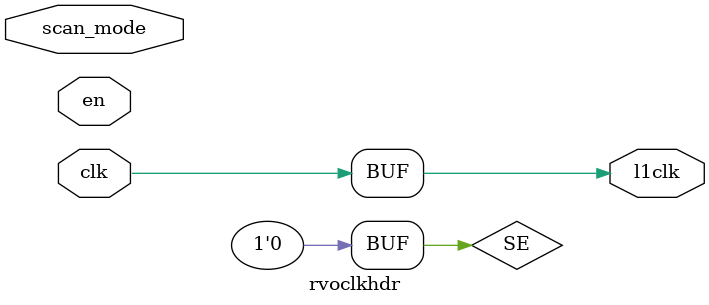
<source format=v>
module rvdff (
	din,
	clk,
	rst_l,
	dout
);
	parameter WIDTH = 1;
	parameter SHORT = 0;
	input wire [WIDTH - 1:0] din;
	input wire clk;
	input wire rst_l;
	output reg [WIDTH - 1:0] dout;
	generate
		if (SHORT == 1) begin
			wire [WIDTH:1] sv2v_tmp_70387;
			assign sv2v_tmp_70387 = din;
			always @(*) dout = sv2v_tmp_70387;
		end
		else always @(posedge clk or negedge rst_l)
			if (rst_l == 0)
				dout[WIDTH - 1:0] <= {WIDTH{1'b0}};
			else
				dout[WIDTH - 1:0] <= din[WIDTH - 1:0];
	endgenerate
endmodule
module rvdffs (
	din,
	en,
	clk,
	rst_l,
	dout
);
	parameter WIDTH = 1;
	parameter SHORT = 0;
	input wire [WIDTH - 1:0] din;
	input wire en;
	input wire clk;
	input wire rst_l;
	output wire [WIDTH - 1:0] dout;
	generate
		if (SHORT == 1) begin : genblock
			assign dout = din;
		end
		else begin : genblock
			rvdff #(WIDTH) dffs(
				.din((en ? din[WIDTH - 1:0] : dout[WIDTH - 1:0])),
				.clk(clk),
				.rst_l(rst_l),
				.dout(dout)
			);
		end
	endgenerate
endmodule
module rvdffsc (
	din,
	en,
	clear,
	clk,
	rst_l,
	dout
);
	parameter WIDTH = 1;
	parameter SHORT = 0;
	input wire [WIDTH - 1:0] din;
	input wire en;
	input wire clear;
	input wire clk;
	input wire rst_l;
	output wire [WIDTH - 1:0] dout;
	wire [WIDTH - 1:0] din_new;
	generate
		if (SHORT == 1) begin
			assign dout = din;
		end
		else begin
			assign din_new = {WIDTH {~clear}} & (en ? din[WIDTH - 1:0] : dout[WIDTH - 1:0]);
			rvdff #(WIDTH) dffsc(
				.din(din_new[WIDTH - 1:0]),
				.clk(clk),
				.rst_l(rst_l),
				.dout(dout)
			);
		end
	endgenerate
endmodule
module rvdff_fpga (
	din,
	clk,
	clken,
	rawclk,
	rst_l,
	dout
);
	parameter WIDTH = 1;
	parameter SHORT = 0;
	input wire [WIDTH - 1:0] din;
	input wire clk;
	input wire clken;
	input wire rawclk;
	input wire rst_l;
	output wire [WIDTH - 1:0] dout;
	generate
		if (SHORT == 1) begin
			assign dout = din;
		end
		else rvdffs #(WIDTH) dffs(
			.clk(rawclk),
			.en(clken),
			.din(din),
			.rst_l(rst_l),
			.dout(dout)
		);
	endgenerate
endmodule
module rvdffs_fpga (
	din,
	en,
	clk,
	clken,
	rawclk,
	rst_l,
	dout
);
	parameter WIDTH = 1;
	parameter SHORT = 0;
	input wire [WIDTH - 1:0] din;
	input wire en;
	input wire clk;
	input wire clken;
	input wire rawclk;
	input wire rst_l;
	output wire [WIDTH - 1:0] dout;
	generate
		if (SHORT == 1) begin : genblock
			assign dout = din;
		end
		else begin : genblock
			rvdffs #(WIDTH) dffs(
				.clk(rawclk),
				.en(clken & en),
				.din(din),
				.rst_l(rst_l),
				.dout(dout)
			);
		end
	endgenerate
endmodule
module rvdffsc_fpga (
	din,
	en,
	clear,
	clk,
	clken,
	rawclk,
	rst_l,
	dout
);
	parameter WIDTH = 1;
	parameter SHORT = 0;
	input wire [WIDTH - 1:0] din;
	input wire en;
	input wire clear;
	input wire clk;
	input wire clken;
	input wire rawclk;
	input wire rst_l;
	output wire [WIDTH - 1:0] dout;
	wire [WIDTH - 1:0] din_new;
	generate
		if (SHORT == 1) begin
			assign dout = din;
		end
		else rvdffs #(WIDTH) dffs(
			.clk(rawclk),
			.din(din[WIDTH - 1:0] & {WIDTH {~clear}}),
			.en((en | clear) & clken),
			.rst_l(rst_l),
			.dout(dout)
		);
	endgenerate
endmodule
module rvdffe (
	din,
	en,
	clk,
	rst_l,
	scan_mode,
	dout
);
	parameter WIDTH = 1;
	parameter SHORT = 0;
	parameter OVERRIDE = 0;
	input wire [WIDTH - 1:0] din;
	input wire en;
	input wire clk;
	input wire rst_l;
	input wire scan_mode;
	output wire [WIDTH - 1:0] dout;
	wire l1clk;
	generate
		if (SHORT == 1) begin
				assign dout = din;
		end
		else begin
			if ((WIDTH >= 8) || (OVERRIDE == 1)) begin
				rvdffs #(WIDTH) dff(
					.din(din),
					.en(en),
					.clk(clk),
					.rst_l(rst_l),
					.dout(dout)
				);
			end
		end
	endgenerate
endmodule
module rvdffpcie (
	din,
	clk,
	rst_l,
	en,
	scan_mode,
	dout
);
	parameter WIDTH = 31;
	input wire [WIDTH - 1:0] din;
	input wire clk;
	input wire rst_l;
	input wire en;
	input wire scan_mode;
	output wire [WIDTH - 1:0] dout;
	generate
		if (WIDTH == 31) begin : genblock
			rvdffs #(WIDTH) dff(
				.din(din),
				.en(en),
				.clk(clk),
				.rst_l(rst_l),
				.dout(dout)
			);
		end
	endgenerate
endmodule
module rvdfflie (
	din,
	clk,
	rst_l,
	en,
	scan_mode,
	dout
);
	parameter WIDTH = 16;
	parameter LEFT = 8;
	input wire [WIDTH - 1:0] din;
	input wire clk;
	input wire rst_l;
	input wire en;
	input wire scan_mode;
	output wire [WIDTH - 1:0] dout;
	localparam EXTRA = WIDTH - LEFT;
	localparam LMSB = WIDTH - 1;
	localparam LLSB = (LMSB - LEFT) + 1;
	localparam XMSB = LLSB - 1;
	localparam XLSB = LLSB - EXTRA;
	generate
		if (((WIDTH >= 16) && (LEFT >= 8)) && (EXTRA >= 8)) begin : genblock
			rvdffs #(WIDTH) dff(
				.din(din),
				.en(en),
				.clk(clk),
				.rst_l(rst_l),
				.dout(dout)
			);
		end
	endgenerate
endmodule
module rvdffppe (
	din,
	clk,
	rst_l,
	en,
	scan_mode,
	dout
);
	parameter WIDTH = 32;
	input wire [WIDTH - 1:0] din;
	input wire clk;
	input wire rst_l;
	input wire en;
	input wire scan_mode;
	output wire [WIDTH - 1:0] dout;
	localparam RIGHT = 31;
	localparam LEFT = WIDTH - RIGHT;
	localparam LMSB = WIDTH - 1;
	localparam LLSB = (LMSB - LEFT) + 1;
	localparam RMSB = LLSB - 1;
	localparam RLSB = LLSB - RIGHT;
	generate
		if (((WIDTH >= 32) && (LEFT >= 8)) && 1'd1) begin : genblock
			rvdffs #(WIDTH) dff(
				.din(din),
				.en(en),
				.clk(clk),
				.rst_l(rst_l),
				.dout(dout)
			);
		end
	endgenerate
endmodule
module rvdffie (
	din,
	clk,
	rst_l,
	scan_mode,
	dout
);
	parameter WIDTH = 1;
	parameter OVERRIDE = 0;
	input wire [WIDTH - 1:0] din;
	input wire clk;
	input wire rst_l;
	input wire scan_mode;
	output wire [WIDTH - 1:0] dout;
	wire l1clk;
	wire en;
	generate
		if ((WIDTH >= 8) || (OVERRIDE == 1)) begin : genblock
			assign en = |(din ^ dout);
			rvdffs #(WIDTH) dff(
				.din(din),
				.en(en),
				.clk(clk),
				.rst_l(rst_l),
				.dout(dout)
			);
		end
	endgenerate
endmodule
module rvdffiee (
	din,
	clk,
	rst_l,
	scan_mode,
	en,
	dout
);
	parameter WIDTH = 1;
	parameter OVERRIDE = 0;
	input wire [WIDTH - 1:0] din;
	input wire clk;
	input wire rst_l;
	input wire scan_mode;
	input wire en;
	output wire [WIDTH - 1:0] dout;
	wire l1clk;
	wire final_en;
	generate
		if ((WIDTH >= 8) || (OVERRIDE == 1)) begin : genblock
			assign final_en = |(din ^ dout) & en;
			rvdffs #(WIDTH) dff(
				.din(din),
				.clk(clk),
				.rst_l(rst_l),
				.dout(dout),
				.en(final_en)
			);
		end
	endgenerate
endmodule
module rvsyncss (
	clk,
	rst_l,
	din,
	dout
);
	parameter WIDTH = 251;
	input wire clk;
	input wire rst_l;
	input wire [WIDTH - 1:0] din;
	output wire [WIDTH - 1:0] dout;
	wire [WIDTH - 1:0] din_ff1;
	rvdff #(WIDTH) sync_ff1(
		.clk(clk),
		.rst_l(rst_l),
		.din(din[WIDTH - 1:0]),
		.dout(din_ff1[WIDTH - 1:0])
	);
	rvdff #(WIDTH) sync_ff2(
		.clk(clk),
		.rst_l(rst_l),
		.din(din_ff1[WIDTH - 1:0]),
		.dout(dout[WIDTH - 1:0])
	);
endmodule
module rvsyncss_fpga (
	gw_clk,
	rawclk,
	clken,
	rst_l,
	din,
	dout
);
	parameter WIDTH = 251;
	input wire gw_clk;
	input wire rawclk;
	input wire clken;
	input wire rst_l;
	input wire [WIDTH - 1:0] din;
	output wire [WIDTH - 1:0] dout;
	wire [WIDTH - 1:0] din_ff1;
	rvdff_fpga #(WIDTH) sync_ff1(
		.rst_l(rst_l),
		.clk(gw_clk),
		.rawclk(rawclk),
		.clken(clken),
		.din(din[WIDTH - 1:0]),
		.dout(din_ff1[WIDTH - 1:0])
	);
	rvdff_fpga #(WIDTH) sync_ff2(
		.rst_l(rst_l),
		.clk(gw_clk),
		.rawclk(rawclk),
		.clken(clken),
		.din(din_ff1[WIDTH - 1:0]),
		.dout(dout[WIDTH - 1:0])
	);
endmodule
module rvlsadder (
	rs1,
	offset,
	dout
);
	input wire [31:0] rs1;
	input wire [11:0] offset;
	output wire [31:0] dout;
	wire cout;
	wire sign;
	wire [31:12] rs1_inc;
	wire [31:12] rs1_dec;
	assign {cout, dout[11:0]} = {1'b0, rs1[11:0]} + {1'b0, offset[11:0]};
	assign rs1_inc[31:12] = rs1[31:12] + 1;
	assign rs1_dec[31:12] = rs1[31:12] - 1;
	assign sign = offset[11];
	assign dout[31:12] = (({20 {sign ~^ cout}} & rs1[31:12]) | ({20 {~sign & cout}} & rs1_inc[31:12])) | ({20 {sign & ~cout}} & rs1_dec[31:12]);
endmodule
module rvbradder (
	pc,
	offset,
	dout
);
	input [31:1] pc;
	input [12:1] offset;
	output [31:1] dout;
	wire cout;
	wire sign;
	wire [31:13] pc_inc;
	wire [31:13] pc_dec;
	assign {cout, dout[12:1]} = {1'b0, pc[12:1]} + {1'b0, offset[12:1]};
	assign pc_inc[31:13] = pc[31:13] + 1;
	assign pc_dec[31:13] = pc[31:13] - 1;
	assign sign = offset[12];
	assign dout[31:13] = (({19 {sign ~^ cout}} & pc[31:13]) | ({19 {~sign & cout}} & pc_inc[31:13])) | ({19 {sign & ~cout}} & pc_dec[31:13]);
endmodule
module rvtwoscomp (
	din,
	dout
);
	parameter WIDTH = 32;
	input wire [WIDTH - 1:0] din;
	output wire [WIDTH - 1:0] dout;
	wire [WIDTH - 1:1] dout_temp;
	genvar i;
	generate
		for (i = 1; i < WIDTH; i = i + 1) begin : flip_after_first_one
			assign dout_temp[i] = (|din[i - 1:0] ? ~din[i] : din[i]);
		end
	endgenerate
	assign dout[WIDTH - 1:0] = {dout_temp[WIDTH - 1:1], din[0]};
endmodule
module rvfindfirst1 (
	din,
	dout
);
	parameter WIDTH = 32;
	parameter SHIFT = $clog2(WIDTH);
	input wire [WIDTH - 1:0] din;
	output reg [SHIFT - 1:0] dout;
	reg done;
	always @(*) begin
		dout[SHIFT - 1:0] = {SHIFT {1'b0}};
		done = 1'b0;
		begin : sv2v_autoblock_2
			reg signed [31:0] i;
			for (i = WIDTH - 1; i > 0; i = i - 1)
				begin : find_first_one
					done = done | din[i];
					dout[SHIFT - 1:0] = dout[SHIFT - 1:0] + (done ? 1'b0 : 1'b1);
				end
		end
	end
endmodule
module rvfindfirst1hot (
	din,
	dout
);
	parameter WIDTH = 32;
	input wire [WIDTH - 1:0] din;
	output reg [WIDTH - 1:0] dout;
	reg done;
	always @(*) begin
		dout[WIDTH - 1:0] = {WIDTH {1'b0}};
		done = 1'b0;
		begin : sv2v_autoblock_3
			reg signed [31:0] i;
			for (i = 0; i < WIDTH; i = i + 1)
				begin : find_first_one
					dout[i] = ~done & din[i];
					done = done | din[i];
				end
		end
	end
endmodule
module rvmaskandmatch (
	mask,
	data,
	masken,
	match
);
	parameter WIDTH = 32;
	input wire [WIDTH - 1:0] mask;
	input wire [WIDTH - 1:0] data;
	input wire masken;
	output wire match;
	wire [WIDTH - 1:0] matchvec;
	wire masken_or_fullmask;
	assign masken_or_fullmask = masken & ~(&mask[WIDTH - 1:0]);
	assign matchvec[0] = masken_or_fullmask | (mask[0] == data[0]);
	genvar i;
	generate
		for (i = 1; i < WIDTH; i = i + 1) begin : match_after_first_zero
			assign matchvec[i] = (&mask[i - 1:0] & masken_or_fullmask ? 1'b1 : mask[i] == data[i]);
		end
	endgenerate
	assign match = &matchvec[WIDTH - 1:0];
endmodule
module rvrangecheck (
	addr,
	in_range,
	in_region
);
	parameter CCM_SADR = 32'h00000000;
	parameter CCM_SIZE = 128;
	input wire [31:0] addr;
	output wire in_range;
	output wire in_region;
	localparam REGION_BITS = 4;
	localparam MASK_BITS = 10 + $clog2(CCM_SIZE);
	wire [31:0] start_addr;
	wire [3:0] region;
	assign start_addr[31:0] = CCM_SADR;
	assign region[3:0] = start_addr[31:28];
	assign in_region = addr[31:28] == region[3:0];
	generate
		if (CCM_SIZE == 48) begin
			assign in_range = (addr[31:MASK_BITS] == start_addr[31:MASK_BITS]) & ~(&addr[MASK_BITS - 1:MASK_BITS - 2]);
		end
		else assign in_range = addr[31:MASK_BITS] == start_addr[31:MASK_BITS];
	endgenerate
endmodule
module rveven_paritygen (
	data_in,
	parity_out
);
	parameter WIDTH = 16;
	input wire [WIDTH - 1:0] data_in;
	output wire parity_out;
	assign parity_out = ^data_in[WIDTH - 1:0];
endmodule
module rveven_paritycheck (
	data_in,
	parity_in,
	parity_err
);
	parameter WIDTH = 16;
	input wire [WIDTH - 1:0] data_in;
	input wire parity_in;
	output wire parity_err;
	assign parity_err = ^data_in[WIDTH - 1:0] ^ parity_in;
endmodule
module rvecc_encode (
	din,
	ecc_out
);
	input [31:0] din;
	output [6:0] ecc_out;
	wire [5:0] ecc_out_temp;
	assign ecc_out_temp[0] = ((((((((((((((((din[0] ^ din[1]) ^ din[3]) ^ din[4]) ^ din[6]) ^ din[8]) ^ din[10]) ^ din[11]) ^ din[13]) ^ din[15]) ^ din[17]) ^ din[19]) ^ din[21]) ^ din[23]) ^ din[25]) ^ din[26]) ^ din[28]) ^ din[30];
	assign ecc_out_temp[1] = ((((((((((((((((din[0] ^ din[2]) ^ din[3]) ^ din[5]) ^ din[6]) ^ din[9]) ^ din[10]) ^ din[12]) ^ din[13]) ^ din[16]) ^ din[17]) ^ din[20]) ^ din[21]) ^ din[24]) ^ din[25]) ^ din[27]) ^ din[28]) ^ din[31];
	assign ecc_out_temp[2] = ((((((((((((((((din[1] ^ din[2]) ^ din[3]) ^ din[7]) ^ din[8]) ^ din[9]) ^ din[10]) ^ din[14]) ^ din[15]) ^ din[16]) ^ din[17]) ^ din[22]) ^ din[23]) ^ din[24]) ^ din[25]) ^ din[29]) ^ din[30]) ^ din[31];
	assign ecc_out_temp[3] = (((((((((((((din[4] ^ din[5]) ^ din[6]) ^ din[7]) ^ din[8]) ^ din[9]) ^ din[10]) ^ din[18]) ^ din[19]) ^ din[20]) ^ din[21]) ^ din[22]) ^ din[23]) ^ din[24]) ^ din[25];
	assign ecc_out_temp[4] = (((((((((((((din[11] ^ din[12]) ^ din[13]) ^ din[14]) ^ din[15]) ^ din[16]) ^ din[17]) ^ din[18]) ^ din[19]) ^ din[20]) ^ din[21]) ^ din[22]) ^ din[23]) ^ din[24]) ^ din[25];
	assign ecc_out_temp[5] = ((((din[26] ^ din[27]) ^ din[28]) ^ din[29]) ^ din[30]) ^ din[31];
	assign ecc_out[6:0] = {^din[31:0] ^ ^ecc_out_temp[5:0], ecc_out_temp[5:0]};
endmodule
module rvecc_decode (
	en,
	din,
	ecc_in,
	sed_ded,
	dout,
	ecc_out,
	single_ecc_error,
	double_ecc_error
);
	input en;
	input [31:0] din;
	input [6:0] ecc_in;
	input sed_ded;
	output [31:0] dout;
	output [6:0] ecc_out;
	output single_ecc_error;
	output double_ecc_error;
	wire [6:0] ecc_check;
	wire [38:0] error_mask;
	wire [38:0] din_plus_parity;
	wire [38:0] dout_plus_parity;
	assign ecc_check[0] = (((((((((((((((((ecc_in[0] ^ din[0]) ^ din[1]) ^ din[3]) ^ din[4]) ^ din[6]) ^ din[8]) ^ din[10]) ^ din[11]) ^ din[13]) ^ din[15]) ^ din[17]) ^ din[19]) ^ din[21]) ^ din[23]) ^ din[25]) ^ din[26]) ^ din[28]) ^ din[30];
	assign ecc_check[1] = (((((((((((((((((ecc_in[1] ^ din[0]) ^ din[2]) ^ din[3]) ^ din[5]) ^ din[6]) ^ din[9]) ^ din[10]) ^ din[12]) ^ din[13]) ^ din[16]) ^ din[17]) ^ din[20]) ^ din[21]) ^ din[24]) ^ din[25]) ^ din[27]) ^ din[28]) ^ din[31];
	assign ecc_check[2] = (((((((((((((((((ecc_in[2] ^ din[1]) ^ din[2]) ^ din[3]) ^ din[7]) ^ din[8]) ^ din[9]) ^ din[10]) ^ din[14]) ^ din[15]) ^ din[16]) ^ din[17]) ^ din[22]) ^ din[23]) ^ din[24]) ^ din[25]) ^ din[29]) ^ din[30]) ^ din[31];
	assign ecc_check[3] = ((((((((((((((ecc_in[3] ^ din[4]) ^ din[5]) ^ din[6]) ^ din[7]) ^ din[8]) ^ din[9]) ^ din[10]) ^ din[18]) ^ din[19]) ^ din[20]) ^ din[21]) ^ din[22]) ^ din[23]) ^ din[24]) ^ din[25];
	assign ecc_check[4] = ((((((((((((((ecc_in[4] ^ din[11]) ^ din[12]) ^ din[13]) ^ din[14]) ^ din[15]) ^ din[16]) ^ din[17]) ^ din[18]) ^ din[19]) ^ din[20]) ^ din[21]) ^ din[22]) ^ din[23]) ^ din[24]) ^ din[25];
	assign ecc_check[5] = (((((ecc_in[5] ^ din[26]) ^ din[27]) ^ din[28]) ^ din[29]) ^ din[30]) ^ din[31];
	assign ecc_check[6] = (^din[31:0] ^ ^ecc_in[6:0]) & ~sed_ded;
	assign single_ecc_error = (en & (ecc_check[6:0] != 0)) & ecc_check[6];
	assign double_ecc_error = (en & (ecc_check[6:0] != 0)) & ~ecc_check[6];
	generate
		genvar i;
		for (i = 1; i < 40; i = i + 1) assign error_mask[i - 1] = ecc_check[5:0] == i;
	endgenerate
	assign din_plus_parity[38:0] = {ecc_in[6], din[31:26], ecc_in[5], din[25:11], ecc_in[4], din[10:4], ecc_in[3], din[3:1], ecc_in[2], din[0], ecc_in[1:0]};
	assign dout_plus_parity[38:0] = (single_ecc_error ? error_mask[38:0] ^ din_plus_parity[38:0] : din_plus_parity[38:0]);
	assign dout[31:0] = {dout_plus_parity[37:32], dout_plus_parity[30:16], dout_plus_parity[14:8], dout_plus_parity[6:4], dout_plus_parity[2]};
	assign ecc_out[6:0] = {dout_plus_parity[38] ^ (ecc_check[6:0] == 7'b1000000), dout_plus_parity[31], dout_plus_parity[15], dout_plus_parity[7], dout_plus_parity[3], dout_plus_parity[1:0]};
endmodule
module rvecc_encode_64 (
	din,
	ecc_out
);
	input [63:0] din;
	output [6:0] ecc_out;
	assign ecc_out[0] = (((((((((((((((((((((((((((((((((din[0] ^ din[1]) ^ din[3]) ^ din[4]) ^ din[6]) ^ din[8]) ^ din[10]) ^ din[11]) ^ din[13]) ^ din[15]) ^ din[17]) ^ din[19]) ^ din[21]) ^ din[23]) ^ din[25]) ^ din[26]) ^ din[28]) ^ din[30]) ^ din[32]) ^ din[34]) ^ din[36]) ^ din[38]) ^ din[40]) ^ din[42]) ^ din[44]) ^ din[46]) ^ din[48]) ^ din[50]) ^ din[52]) ^ din[54]) ^ din[56]) ^ din[57]) ^ din[59]) ^ din[61]) ^ din[63];
	assign ecc_out[1] = (((((((((((((((((((((((((((((((((din[0] ^ din[2]) ^ din[3]) ^ din[5]) ^ din[6]) ^ din[9]) ^ din[10]) ^ din[12]) ^ din[13]) ^ din[16]) ^ din[17]) ^ din[20]) ^ din[21]) ^ din[24]) ^ din[25]) ^ din[27]) ^ din[28]) ^ din[31]) ^ din[32]) ^ din[35]) ^ din[36]) ^ din[39]) ^ din[40]) ^ din[43]) ^ din[44]) ^ din[47]) ^ din[48]) ^ din[51]) ^ din[52]) ^ din[55]) ^ din[56]) ^ din[58]) ^ din[59]) ^ din[62]) ^ din[63];
	assign ecc_out[2] = (((((((((((((((((((((((((((((((((din[1] ^ din[2]) ^ din[3]) ^ din[7]) ^ din[8]) ^ din[9]) ^ din[10]) ^ din[14]) ^ din[15]) ^ din[16]) ^ din[17]) ^ din[22]) ^ din[23]) ^ din[24]) ^ din[25]) ^ din[29]) ^ din[30]) ^ din[31]) ^ din[32]) ^ din[37]) ^ din[38]) ^ din[39]) ^ din[40]) ^ din[45]) ^ din[46]) ^ din[47]) ^ din[48]) ^ din[53]) ^ din[54]) ^ din[55]) ^ din[56]) ^ din[60]) ^ din[61]) ^ din[62]) ^ din[63];
	assign ecc_out[3] = (((((((((((((((((((((((((((((din[4] ^ din[5]) ^ din[6]) ^ din[7]) ^ din[8]) ^ din[9]) ^ din[10]) ^ din[18]) ^ din[19]) ^ din[20]) ^ din[21]) ^ din[22]) ^ din[23]) ^ din[24]) ^ din[25]) ^ din[33]) ^ din[34]) ^ din[35]) ^ din[36]) ^ din[37]) ^ din[38]) ^ din[39]) ^ din[40]) ^ din[49]) ^ din[50]) ^ din[51]) ^ din[52]) ^ din[53]) ^ din[54]) ^ din[55]) ^ din[56];
	assign ecc_out[4] = (((((((((((((((((((((((((((((din[11] ^ din[12]) ^ din[13]) ^ din[14]) ^ din[15]) ^ din[16]) ^ din[17]) ^ din[18]) ^ din[19]) ^ din[20]) ^ din[21]) ^ din[22]) ^ din[23]) ^ din[24]) ^ din[25]) ^ din[41]) ^ din[42]) ^ din[43]) ^ din[44]) ^ din[45]) ^ din[46]) ^ din[47]) ^ din[48]) ^ din[49]) ^ din[50]) ^ din[51]) ^ din[52]) ^ din[53]) ^ din[54]) ^ din[55]) ^ din[56];
	assign ecc_out[5] = (((((((((((((((((((((((((((((din[26] ^ din[27]) ^ din[28]) ^ din[29]) ^ din[30]) ^ din[31]) ^ din[32]) ^ din[33]) ^ din[34]) ^ din[35]) ^ din[36]) ^ din[37]) ^ din[38]) ^ din[39]) ^ din[40]) ^ din[41]) ^ din[42]) ^ din[43]) ^ din[44]) ^ din[45]) ^ din[46]) ^ din[47]) ^ din[48]) ^ din[49]) ^ din[50]) ^ din[51]) ^ din[52]) ^ din[53]) ^ din[54]) ^ din[55]) ^ din[56];
	assign ecc_out[6] = (((((din[57] ^ din[58]) ^ din[59]) ^ din[60]) ^ din[61]) ^ din[62]) ^ din[63];
endmodule
module rvecc_decode_64 (
	en,
	din,
	ecc_in,
	ecc_error
);
	input en;
	input [63:0] din;
	input [6:0] ecc_in;
	output ecc_error;
	wire [6:0] ecc_check;
	assign ecc_check[0] = ((((((((((((((((((((((((((((((((((ecc_in[0] ^ din[0]) ^ din[1]) ^ din[3]) ^ din[4]) ^ din[6]) ^ din[8]) ^ din[10]) ^ din[11]) ^ din[13]) ^ din[15]) ^ din[17]) ^ din[19]) ^ din[21]) ^ din[23]) ^ din[25]) ^ din[26]) ^ din[28]) ^ din[30]) ^ din[32]) ^ din[34]) ^ din[36]) ^ din[38]) ^ din[40]) ^ din[42]) ^ din[44]) ^ din[46]) ^ din[48]) ^ din[50]) ^ din[52]) ^ din[54]) ^ din[56]) ^ din[57]) ^ din[59]) ^ din[61]) ^ din[63];
	assign ecc_check[1] = ((((((((((((((((((((((((((((((((((ecc_in[1] ^ din[0]) ^ din[2]) ^ din[3]) ^ din[5]) ^ din[6]) ^ din[9]) ^ din[10]) ^ din[12]) ^ din[13]) ^ din[16]) ^ din[17]) ^ din[20]) ^ din[21]) ^ din[24]) ^ din[25]) ^ din[27]) ^ din[28]) ^ din[31]) ^ din[32]) ^ din[35]) ^ din[36]) ^ din[39]) ^ din[40]) ^ din[43]) ^ din[44]) ^ din[47]) ^ din[48]) ^ din[51]) ^ din[52]) ^ din[55]) ^ din[56]) ^ din[58]) ^ din[59]) ^ din[62]) ^ din[63];
	assign ecc_check[2] = ((((((((((((((((((((((((((((((((((ecc_in[2] ^ din[1]) ^ din[2]) ^ din[3]) ^ din[7]) ^ din[8]) ^ din[9]) ^ din[10]) ^ din[14]) ^ din[15]) ^ din[16]) ^ din[17]) ^ din[22]) ^ din[23]) ^ din[24]) ^ din[25]) ^ din[29]) ^ din[30]) ^ din[31]) ^ din[32]) ^ din[37]) ^ din[38]) ^ din[39]) ^ din[40]) ^ din[45]) ^ din[46]) ^ din[47]) ^ din[48]) ^ din[53]) ^ din[54]) ^ din[55]) ^ din[56]) ^ din[60]) ^ din[61]) ^ din[62]) ^ din[63];
	assign ecc_check[3] = ((((((((((((((((((((((((((((((ecc_in[3] ^ din[4]) ^ din[5]) ^ din[6]) ^ din[7]) ^ din[8]) ^ din[9]) ^ din[10]) ^ din[18]) ^ din[19]) ^ din[20]) ^ din[21]) ^ din[22]) ^ din[23]) ^ din[24]) ^ din[25]) ^ din[33]) ^ din[34]) ^ din[35]) ^ din[36]) ^ din[37]) ^ din[38]) ^ din[39]) ^ din[40]) ^ din[49]) ^ din[50]) ^ din[51]) ^ din[52]) ^ din[53]) ^ din[54]) ^ din[55]) ^ din[56];
	assign ecc_check[4] = ((((((((((((((((((((((((((((((ecc_in[4] ^ din[11]) ^ din[12]) ^ din[13]) ^ din[14]) ^ din[15]) ^ din[16]) ^ din[17]) ^ din[18]) ^ din[19]) ^ din[20]) ^ din[21]) ^ din[22]) ^ din[23]) ^ din[24]) ^ din[25]) ^ din[41]) ^ din[42]) ^ din[43]) ^ din[44]) ^ din[45]) ^ din[46]) ^ din[47]) ^ din[48]) ^ din[49]) ^ din[50]) ^ din[51]) ^ din[52]) ^ din[53]) ^ din[54]) ^ din[55]) ^ din[56];
	assign ecc_check[5] = ((((((((((((((((((((((((((((((ecc_in[5] ^ din[26]) ^ din[27]) ^ din[28]) ^ din[29]) ^ din[30]) ^ din[31]) ^ din[32]) ^ din[33]) ^ din[34]) ^ din[35]) ^ din[36]) ^ din[37]) ^ din[38]) ^ din[39]) ^ din[40]) ^ din[41]) ^ din[42]) ^ din[43]) ^ din[44]) ^ din[45]) ^ din[46]) ^ din[47]) ^ din[48]) ^ din[49]) ^ din[50]) ^ din[51]) ^ din[52]) ^ din[53]) ^ din[54]) ^ din[55]) ^ din[56];
	assign ecc_check[6] = ((((((ecc_in[6] ^ din[57]) ^ din[58]) ^ din[59]) ^ din[60]) ^ din[61]) ^ din[62]) ^ din[63];
	assign ecc_error = en & (ecc_check[6:0] != 0);
endmodule
module clockhdr (
	SE,
	EN,
	CK,
	Q
);
	input wire SE;
	input wire EN;
	input wire CK;
	output Q;
	reg en_ff;
	wire enable;
	assign enable = EN | SE;
	always @(CK or enable)
		if (!CK)
			en_ff = enable;
	assign Q = CK & en_ff;
endmodule
module rvoclkhdr (
	en,
	clk,
	scan_mode,
	l1clk
);
	input wire en;
	input wire clk;
	input wire scan_mode;
	output wire l1clk;
	wire SE;
	assign SE = 0;
	assign l1clk = clk;
endmodule

</source>
